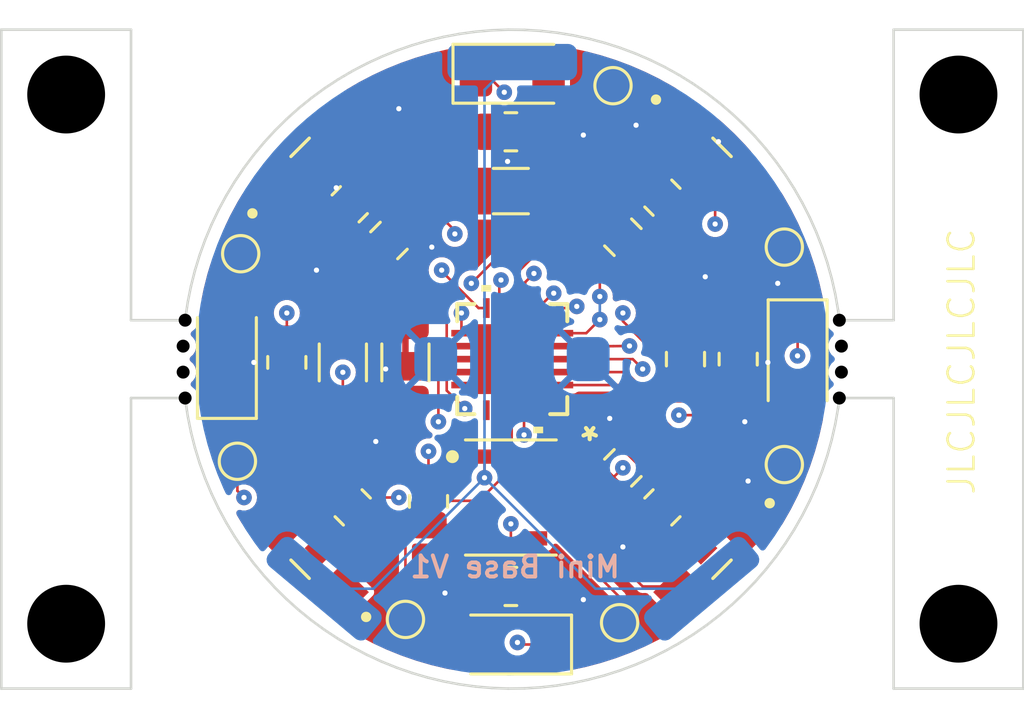
<source format=kicad_pcb>
(kicad_pcb (version 20221018) (generator pcbnew)
  (title_block (rev "1"))
  (layers (0 "F.Cu" signal) (1 "In1.Cu" signal) (2 "In2.Cu" signal) (31 "B.Cu" signal) (34 "B.Paste" user) (35 "F.Paste" user) (36 "B.SilkS" user "B.Silkscreen") (37 "F.SilkS" user "F.Silkscreen") (38 "B.Mask" user) (39 "F.Mask" user) (44 "Edge.Cuts" user))
  (net 0 "")
  (net 1 "Board_0-/RST")
  (net 2 "Board_0-/SWCLK")
  (net 3 "Board_0-/SWDIO")
  (net 4 "Board_0-/UART_RX")
  (net 5 "Board_0-/UART_TX")
  (net 6 "Board_0-GND")
  (net 7 "Board_0-Net-(BT1-+)")
  (net 8 "Board_0-Net-(D1-PadC)")
  (net 9 "Board_0-Net-(D2-PadC)")
  (net 10 "Board_0-Net-(D3-PadC)")
  (net 11 "Board_0-Net-(D4-PadC)")
  (net 12 "Board_0-Net-(Q1-E)")
  (net 13 "Board_0-Net-(Q2-E)")
  (net 14 "Board_0-Net-(Q3-E)")
  (net 15 "Board_0-Net-(Q4-E)")
  (net 16 "Board_0-Net-(R9-Pad1)")
  (net 17 "Board_0-Net-(U1-32KIN)")
  (net 18 "Board_0-Net-(U1-32KOUT)")
  (net 19 "Board_0-Net-(U1-P0.2)")
  (net 20 "Board_0-Net-(U1-P0.3)")
  (net 21 "Board_0-Net-(U1-P0.8)")
  (net 22 "Board_0-Net-(U1-P0.9)")
  (net 23 "Board_0-Net-(U1-VCORE)")
  (net 24 "Board_0-VCC")
  (net 25 "Board_0-unconnected-(SW1-Pad3)")
  (net 26 "Board_0-unconnected-(SW1-Pad4)")
  (net 27 "Board_0-unconnected-(U1-P0.6-Pad16)")
  (net 28 "Board_0-unconnected-(U1-P0.7-Pad15)")
  (footprint "Capacitor_SMD:C_1206_3216Metric" (layer "F.Cu") (at 135.580057 32.826028 90)
    (fp_text reference "C5" hide)
    (fp_text value "220uF")
    (pad "1" smd roundrect (at -1.475 0 90) (size 1.15 1.8) (layers "F.Cu" "F.Paste" "F.Mask") (roundrect_rratio 0.2173913043) (net 24 "Board_0-VCC"))
    (pad "2" smd roundrect (at 1.475 0 90) (size 1.15 1.8) (layers "F.Cu" "F.Paste" "F.Mask") (roundrect_rratio 0.2173913043) (net 6 "Board_0-GND"))
  )
  (footprint "Resistor_SMD:R_0805_2012Metric" (layer "F.Cu") (at 145.486057 38.414028 -135)
    (fp_text reference "R1" hide)
    (fp_text value "325")
    (pad "1" smd roundrect (at -0.9125 0 225) (size 1.025 1.4) (layers "F.Cu" "F.Paste" "F.Mask") (roundrect_rratio 0.243902439) (net 8 "Board_0-Net-(D1-PadC)"))
    (pad "2" smd roundrect (at 0.9125 0 225) (size 1.025 1.4) (layers "F.Cu" "F.Paste" "F.Mask") (roundrect_rratio 0.243902439) (net 6 "Board_0-GND"))
  )
  (footprint "Anthony Personal:DIO_VSMB10940" (layer "F.Cu") (at 131.873438 40.444647 135)
    (fp_text reference "D2" hide)
    (fp_text value "LED")
    (pad "1" smd rect (at 0 0.65 135) (size 0.9 0.9) (layers "F.Cu" "F.Paste" "F.Mask"))
    (pad "A" smd rect (at 1.75 0 135) (size 1.5 1.5) (layers "F.Cu" "F.Paste" "F.Mask") (net 20 "Board_0-Net-(U1-P0.3)"))
    (pad "C" smd rect (at -1.75 0 135) (size 1.5 1.5) (layers "F.Cu" "F.Paste" "F.Mask") (net 9 "Board_0-Net-(D2-PadC)"))
  )
  (footprint "Diode_SMD:D_1206_3216Metric" (layer "F.Cu") (at 128.698057 32.699028 90)
    (fp_text reference "Q4" hide)
    (fp_text value "Q_Photo_NPN")
    (pad "1" smd roundrect (at -1.4 0 90) (size 1.25 1.75) (layers "F.Cu" "F.Paste" "F.Mask") (roundrect_rratio 0.2) (net 24 "Board_0-VCC"))
    (pad "2" smd roundrect (at 1.4 0 90) (size 1.25 1.75) (layers "F.Cu" "F.Paste" "F.Mask") (roundrect_rratio 0.2) (net 15 "Board_0-Net-(Q4-E)"))
  )
  (footprint "TestPoint:TestPoint_Pad_D1.0mm" (layer "F.Cu") (at 135.580057 42.732028)
    (fp_text reference "TP6" hide)
    (fp_text value "TestPoint")
    (pad "1" smd circle (at 0 0) (size 1 1) (layers "F.Cu" "F.Mask") (net 4 "Board_0-/UART_RX"))
  )
  (footprint "NPTH" (layer "F.Cu") (at 122.501943 22.5)
    (fp_text reference "KiKit_TO_1" hide)
    (fp_text value "NPTH" hide)
    (pad "" np_thru_hole circle (at 0 0) (size 3 3) (drill 3) (layers "*.Mask"))
  )
  (footprint "Anthony Personal:DIO_VSMB10940" (layer "F.Cu") (at 147.429787 24.888298 -45)
    (fp_text reference "D4" hide)
    (fp_text value "LED")
    (pad "1" smd rect (at 0 0.65 315) (size 0.9 0.9) (layers "F.Cu" "F.Paste" "F.Mask"))
    (pad "A" smd rect (at 1.75 0 315) (size 1.5 1.5) (layers "F.Cu" "F.Paste" "F.Mask") (net 22 "Board_0-Net-(U1-P0.9)"))
    (pad "C" smd rect (at -1.75 0 315) (size 1.5 1.5) (layers "F.Cu" "F.Paste" "F.Mask") (net 11 "Board_0-Net-(D4-PadC)"))
  )
  (footprint "NPTH" (layer "F.Cu") (at 152.385658 33.200144)
    (fp_text reference "KiKit_MB_2_3" hide)
    (fp_text value "NPTH" hide)
    (pad "" np_thru_hole circle (at 0 0) (size 0.5 0.5) (drill 0.5) (layers "*.Mask"))
  )
  (footprint "NPTH" (layer "F.Cu") (at 156.898057 42.898056)
    (fp_text reference "KiKit_TO_4" hide)
    (fp_text value "NPTH" hide)
    (pad "" np_thru_hole circle (at 0 0) (size 3 3) (drill 3) (layers "*.Mask"))
  )
  (footprint "Resistor_SMD:R_0805_2012Metric" (layer "F.Cu") (at 133.548057 38.414028 135)
    (fp_text reference "R2" hide)
    (fp_text value "325")
    (pad "1" smd roundrect (at -0.9125 0 135) (size 1.025 1.4) (layers "F.Cu" "F.Paste" "F.Mask") (roundrect_rratio 0.243902439) (net 9 "Board_0-Net-(D2-PadC)"))
    (pad "2" smd roundrect (at 0.9125 0 135) (size 1.025 1.4) (layers "F.Cu" "F.Paste" "F.Mask") (roundrect_rratio 0.243902439) (net 6 "Board_0-GND"))
  )
  (footprint "NPTH" (layer "F.Cu") (at 152.385658 32.197912)
    (fp_text reference "KiKit_MB_2_2" hide)
    (fp_text value "NPTH" hide)
    (pad "" np_thru_hole circle (at 0 0) (size 0.5 0.5) (drill 0.5) (layers "*.Mask"))
  )
  (footprint "Capacitor_SMD:C_0805_2012Metric" (layer "F.Cu") (at 143.962057 36.890028 45)
    (fp_text reference "C1" hide)
    (fp_text value "1uF")
    (pad "1" smd roundrect (at -0.95 0 45) (size 1 1.45) (layers "F.Cu" "F.Paste" "F.Mask") (net 24 "Board_0-VCC"))
    (pad "2" smd roundrect (at 0.95 0 45) (size 1 1.45) (layers "F.Cu" "F.Paste" "F.Mask") (net 6 "Board_0-GND"))
  )
  (footprint "TestPoint:TestPoint_Pad_D1.0mm" (layer "F.Cu") (at 150.185057 36.763028)
    (fp_text reference "TP3" hide)
    (fp_text value "TestPoint")
    (pad "1" smd circle (at 0 0) (size 1 1) (layers "F.Cu" "F.Mask") (net 2 "Board_0-/SWCLK"))
  )
  (footprint "NPTH" (layer "F.Cu") (at 122.501943 42.898056)
    (fp_text reference "KiKit_TO_3" hide)
    (fp_text value "NPTH" hide)
    (pad "" np_thru_hole circle (at 0 0) (size 3 3) (drill 3) (layers "*.Mask"))
  )
  (footprint "Anthony Personal:DIO_VSMB10940" (layer "F.Cu") (at 131.873438 24.888298 45)
    (fp_text reference "D3" hide)
    (fp_text value "LED")
    (pad "1" smd rect (at 0 0.65 45) (size 0.9 0.9) (layers "F.Cu" "F.Paste" "F.Mask"))
    (pad "A" smd rect (at 1.75 0 45) (size 1.5 1.5) (layers "F.Cu" "F.Paste" "F.Mask") (net 21 "Board_0-Net-(U1-P0.8)"))
    (pad "C" smd rect (at -1.75 0 45) (size 1.5 1.5) (layers "F.Cu" "F.Paste" "F.Mask") (net 10 "Board_0-Net-(D3-PadC)"))
  )
  (footprint "NPTH" (layer "F.Cu") (at 127.011193 33.19997)
    (fp_text reference "KiKit_MB_1_2" hide)
    (fp_text value "NPTH" hide)
    (pad "" np_thru_hole circle (at 0 0) (size 0.5 0.5) (drill 0.5) (layers "*.Mask"))
  )
  (footprint "Resistor_SMD:R_0805_2012Metric" (layer "F.Cu") (at 139.644057 23.936028)
    (fp_text reference "R5" hide)
    (fp_text value "R_US")
    (pad "1" smd roundrect (at -0.9125 0) (size 1.025 1.4) (layers "F.Cu" "F.Paste" "F.Mask") (roundrect_rratio 0.243902439) (net 6 "Board_0-GND"))
    (pad "2" smd roundrect (at 0.9125 0) (size 1.025 1.4) (layers "F.Cu" "F.Paste" "F.Mask") (roundrect_rratio 0.243902439) (net 12 "Board_0-Net-(Q1-E)"))
  )
  (footprint "Resistor_SMD:R_0805_2012Metric" (layer "F.Cu") (at 131.008057 32.826028 90)
    (fp_text reference "R8" hide)
    (fp_text value "R_US")
    (pad "1" smd roundrect (at -0.9125 0 90) (size 1.025 1.4) (layers "F.Cu" "F.Paste" "F.Mask") (roundrect_rratio 0.243902439) (net 6 "Board_0-GND"))
    (pad "2" smd roundrect (at 0.9125 0 90) (size 1.025 1.4) (layers "F.Cu" "F.Paste" "F.Mask") (roundrect_rratio 0.243902439) (net 15 "Board_0-Net-(Q4-E)"))
  )
  (footprint "Resistor_SMD:R_0805_2012Metric" (layer "F.Cu") (at 139.644057 41.462028 180)
    (fp_text reference "R7" hide)
    (fp_text value "R_US")
    (pad "1" smd roundrect (at -0.9125 0 180) (size 1.025 1.4) (layers "F.Cu" "F.Paste" "F.Mask") (roundrect_rratio 0.243902439) (net 6 "Board_0-GND"))
    (pad "2" smd roundrect (at 0.9125 0 180) (size 1.025 1.4) (layers "F.Cu" "F.Paste" "F.Mask") (roundrect_rratio 0.243902439) (net 14 "Board_0-Net-(Q3-E)"))
  )
  (footprint "Capacitor_SMD:C_0805_2012Metric" (layer "F.Cu") (at 134.945057 28.127028 -135)
    (fp_text reference "C4" hide)
    (fp_text value "6pF")
    (pad "1" smd roundrect (at -0.95 0 225) (size 1 1.45) (layers "F.Cu" "F.Paste" "F.Mask") (net 18 "Board_0-Net-(U1-32KOUT)"))
    (pad "2" smd roundrect (at 0.95 0 225) (size 1 1.45) (layers "F.Cu" "F.Paste" "F.Mask") (net 6 "Board_0-GND"))
  )
  (footprint "NPTH" (layer "F.Cu") (at 127.088445 31.199028)
    (fp_text reference "KiKit_MB_1_4" hide)
    (fp_text value "NPTH" hide)
    (pad "" np_thru_hole circle (at 0 0) (size 0.5 0.5) (drill 0.5) (layers "*.Mask"))
  )
  (footprint "Resistor_SMD:R_0805_2012Metric" (layer "F.Cu") (at 133.433057 26.730028 45)
    (fp_text reference "R3" hide)
    (fp_text value "325")
    (pad "1" smd roundrect (at -0.9125 0 45) (size 1.025 1.4) (layers "F.Cu" "F.Paste" "F.Mask") (roundrect_rratio 0.243902439) (net 10 "Board_0-Net-(D3-PadC)"))
    (pad "2" smd roundrect (at 0.9125 0 45) (size 1.025 1.4) (layers "F.Cu" "F.Paste" "F.Mask") (roundrect_rratio 0.243902439) (net 6 "Board_0-GND"))
  )
  (footprint "TestPoint:TestPoint_Pad_D1.0mm" (layer "F.Cu") (at 129.230057 28.635028)
    (fp_text reference "TP7" hide)
    (fp_text value "TestPoint")
    (pad "1" smd circle (at 0 0) (size 1 1) (layers "F.Cu" "F.Mask") (net 6 "Board_0-GND"))
  )
  (footprint "Capacitor_SMD:C_0805_2012Metric" (layer "F.Cu") (at 143.962057 28.000028 -45)
    (fp_text reference "C3" hide)
    (fp_text value "6pF")
    (pad "1" smd roundrect (at -0.95 0 315) (size 1 1.45) (layers "F.Cu" "F.Paste" "F.Mask") (net 17 "Board_0-Net-(U1-32KIN)"))
    (pad "2" smd roundrect (at 0.95 0 315) (size 1 1.45) (layers "F.Cu" "F.Paste" "F.Mask") (net 6 "Board_0-GND"))
  )
  (footprint "TestPoint:TestPoint_Pad_D1.0mm" (layer "F.Cu") (at 143.581057 22.158028)
    (fp_text reference "TP2" hide)
    (fp_text value "TestPoint")
    (pad "1" smd circle (at 0 0) (size 1 1) (layers "F.Cu" "F.Mask") (net 1 "Board_0-/RST"))
  )
  (footprint "TestPoint:TestPoint_Pad_D1.0mm" (layer "F.Cu") (at 143.835057 42.859028)
    (fp_text reference "TP5" hide)
    (fp_text value "TestPoint")
    (pad "1" smd circle (at 0 0) (size 1 1) (layers "F.Cu" "F.Mask") (net 5 "Board_0-/UART_TX"))
  )
  (footprint "NPTH" (layer "F.Cu") (at 127.011193 32.198086)
    (fp_text reference "KiKit_MB_1_3" hide)
    (fp_text value "NPTH" hide)
    (pad "" np_thru_hole circle (at 0 0) (size 0.5 0.5) (drill 0.5) (layers "*.Mask"))
  )
  (footprint "Resistor_SMD:R_0805_2012Metric" (layer "F.Cu") (at 136.469057 38.183528 90)
    (fp_text reference "R9" hide)
    (fp_text value "200")
    (pad "1" smd roundrect (at -0.9125 0 90) (size 1.025 1.4) (layers "F.Cu" "F.Paste" "F.Mask") (roundrect_rratio 0.243902439) (net 16 "Board_0-Net-(R9-Pad1)"))
    (pad "2" smd roundrect (at 0.9125 0 90) (size 1.025 1.4) (layers "F.Cu" "F.Paste" "F.Mask") (roundrect_rratio 0.243902439) (net 24 "Board_0-VCC"))
  )
  (footprint "Diode_SMD:D_1206_3216Metric" (layer "F.Cu") (at 139.698057 21.699028)
    (fp_text reference "Q1" hide)
    (fp_text value "Q_Photo_NPN")
    (pad "1" smd roundrect (at -1.4 0) (size 1.25 1.75) (layers "F.Cu" "F.Paste" "F.Mask") (roundrect_rratio 0.2) (net 24 "Board_0-VCC"))
    (pad "2" smd roundrect (at 1.4 0) (size 1.25 1.75) (layers "F.Cu" "F.Paste" "F.Mask") (roundrect_rratio 0.2) (net 12 "Board_0-Net-(Q1-E)"))
  )
  (footprint "Anthony Personal:JJBV0UG335NONPRTR" (layer "F.Cu") (at 139.644057 38.033028)
    (fp_text reference "SW1" hide)
    (fp_text value "JJBV0UG335NONPRTR")
    (pad "1" smd rect (at -0.925 -1.575) (size 0.95 0.55) (layers "F.Cu" "F.Paste" "F.Mask") (net 7 "Board_0-Net-(BT1-+)"))
    (pad "2" smd rect (at -0.925 1.575) (size 0.95 0.55) (layers "F.Cu" "F.Paste" "F.Mask") (net 16 "Board_0-Net-(R9-Pad1)"))
    (pad "3" smd rect (at 0.925 -1.575) (size 0.95 0.55) (layers "F.Cu" "F.Paste" "F.Mask") (net 25 "Board_0-unconnected-(SW1-Pad3)"))
    (pad "4" smd rect (at 0.925 1.575) (size 0.95 0.55) (layers "F.Cu" "F.Paste" "F.Mask") (net 26 "Board_0-unconnected-(SW1-Pad4)"))
  )
  (footprint "Diode_SMD:D_1206_3216Metric" (layer "F.Cu") (at 139.698057 43.699028 180)
    (fp_text reference "Q3" hide)
    (fp_text value "Q_Photo_NPN")
    (pad "1" smd roundrect (at -1.4 0 180) (size 1.25 1.75) (layers "F.Cu" "F.Paste" "F.Mask") (roundrect_rratio 0.2) (net 24 "Board_0-VCC"))
    (pad "2" smd roundrect (at 1.4 0 180) (size 1.25 1.75) (layers "F.Cu" "F.Paste" "F.Mask") (roundrect_rratio 0.2) (net 14 "Board_0-Net-(Q3-E)"))
  )
  (footprint "Resistor_SMD:R_0805_2012Metric" (layer "F.Cu") (at 148.407057 32.699028 -90)
    (fp_text reference "R6" hide)
    (fp_text value "R_US")
    (pad "1" smd roundrect (at -0.9125 0 270) (size 1.025 1.4) (layers "F.Cu" "F.Paste" "F.Mask") (roundrect_rratio 0.243902439) (net 6 "Board_0-GND"))
    (pad "2" smd roundrect (at 0.9125 0 270) (size 1.025 1.4) (layers "F.Cu" "F.Paste" "F.Mask") (roundrect_rratio 0.243902439) (net 13 "Board_0-Net-(Q2-E)"))
  )
  (footprint "NPTH" (layer "F.Cu") (at 152.305427 31.199028)
    (fp_text reference "KiKit_MB_2_1" hide)
    (fp_text value "NPTH" hide)
    (pad "" np_thru_hole circle (at 0 0) (size 0.5 0.5) (drill 0.5) (layers "*.Mask"))
  )
  (footprint "Diode_SMD:D_1206_3216Metric" (layer "F.Cu") (at 150.698057 32.699028 -90)
    (fp_text reference "Q2" hide)
    (fp_text value "Q_Photo_NPN")
    (pad "1" smd roundrect (at -1.4 0 270) (size 1.25 1.75) (layers "F.Cu" "F.Paste" "F.Mask") (roundrect_rratio 0.2) (net 24 "Board_0-VCC"))
    (pad "2" smd roundrect (at 1.4 0 270) (size 1.25 1.75) (layers "F.Cu" "F.Paste" "F.Mask") (roundrect_rratio 0.2) (net 13 "Board_0-Net-(Q2-E)"))
  )
  (footprint "NPTH" (layer "F.Cu") (at 127.088445 34.199028)
    (fp_text reference "KiKit_MB_1_1" hide)
    (fp_text value "NPTH" hide)
    (pad "" np_thru_hole circle (at 0 0) (size 0.5 0.5) (drill 0.5) (layers "*.Mask"))
  )
  (footprint "NPTH" (layer "F.Cu") (at 156.898057 22.5)
    (fp_text reference "KiKit_TO_2" hide)
    (fp_text value "NPTH" hide)
    (pad "" np_thru_hole circle (at 0 0) (size 3 3) (drill 3) (layers "*.Mask"))
  )
  (footprint "Crystal:Crystal_SMD_3215-2Pin_3.2x1.5mm" (layer "F.Cu") (at 139.644057 26.222028)
    (fp_text reference "Y1" hide)
    (fp_text value "32.768kHz")
    (pad "1" smd rect (at 1.25 0) (size 1 1.8) (layers "F.Cu" "F.Paste" "F.Mask") (net 17 "Board_0-Net-(U1-32KIN)"))
    (pad "2" smd rect (at -1.25 0) (size 1 1.8) (layers "F.Cu" "F.Paste" "F.Mask") (net 18 "Board_0-Net-(U1-32KOUT)"))
  )
  (footprint "Capacitor_SMD:C_0805_2012Metric" (layer "F.Cu") (at 146.375057 32.699028 90)
    (fp_text reference "C2" hide)
    (fp_text value "1uF")
    (pad "1" smd roundrect (at -0.95 0 90) (size 1 1.45) (layers "F.Cu" "F.Paste" "F.Mask") (net 23 "Board_0-Net-(U1-VCORE)"))
    (pad "2" smd roundrect (at 0.95 0 90) (size 1 1.45) (layers "F.Cu" "F.Paste" "F.Mask") (net 6 "Board_0-GND"))
  )
  (footprint "Anthony Personal:DIO_VSMB10940" (layer "F.Cu") (at 147.429787 40.444647 -135)
    (fp_text reference "D1" hide)
    (fp_text value "LED")
    (pad "1" smd rect (at 0 0.65 225) (size 0.9 0.9) (layers "F.Cu" "F.Paste" "F.Mask"))
    (pad "A" smd rect (at 1.75 0 225) (size 1.5 1.5) (layers "F.Cu" "F.Paste" "F.Mask") (net 19 "Board_0-Net-(U1-P0.2)"))
    (pad "C" smd rect (at -1.75 0 225) (size 1.5 1.5) (layers "F.Cu" "F.Paste" "F.Mask") (net 8 "Board_0-Net-(D1-PadC)"))
  )
  (footprint "Anthony Personal:21-0139V_T2044&plus_5_MXM" (layer "F.Cu") (at 139.698057 32.699028 180)
    (fp_text reference "U1" hide)
    (fp_text value "MAX32660GTP+")
    (fp_text user "*" (at -2.9845 -2.54 180 unlocked) (layer "F.SilkS") (effects (font (thickness 0.16))))
    (pad "1" smd rect (at -1.9685 -1.000001 270) (size 0.254 0.762) (layers "F.Cu" "F.Paste" "F.Mask") (net 2 "Board_0-/SWCLK"))
    (pad "2" smd rect (at -1.9685 -0.499999 270) (size 0.254 0.762) (layers "F.Cu" "F.Paste" "F.Mask") (net 3 "Board_0-/SWDIO"))
    (pad "3" smd rect (at -1.9685 0 270) (size 0.254 0.762) (layers "F.Cu" "F.Paste" "F.Mask") (net 15 "Board_0-Net-(Q4-E)"))
    (pad "4" smd rect (at -1.9685 0.499999 270) (size 0.254 0.762) (layers "F.Cu" "F.Paste" "F.Mask") (net 14 "Board_0-Net-(Q3-E)"))
    (pad "5" smd rect (at -1.9685 1.000001 270) (size 0.254 0.762) (layers "F.Cu" "F.Paste" "F.Mask") (net 1 "Board_0-/RST"))
    (pad "6" smd rect (at -1.000001 1.9685 180) (size 0.254 0.762) (layers "F.Cu" "F.Paste" "F.Mask") (net 23 "Board_0-Net-(U1-VCORE)"))
    (pad "7" smd rect (at -0.499999 1.9685 180) (size 0.254 0.762) (layers "F.Cu" "F.Paste" "F.Mask") (net 18 "Board_0-Net-(U1-32KOUT)"))
    (pad "8" smd rect (at 0 1.9685 180) (size 0.254 0.762) (layers "F.Cu" "F.Paste" "F.Mask") (net 17 "Board_0-Net-(U1-32KIN)"))
    (pad "9" smd rect (at 0.499999 1.9685 180) (size 0.254 0.762) (layers "F.Cu" "F.Paste" "F.Mask") (net 24 "Board_0-VCC"))
    (pad "10" smd rect (at 1.000001 1.9685 180) (size 0.254 0.762) (layers "F.Cu" "F.Paste" "F.Mask") (net 23 "Board_0-Net-(U1-VCORE)"))
    (pad "11" smd rect (at 1.9685 1.000001 270) (size 0.254 0.762) (layers "F.Cu" "F.Paste" "F.Mask") (net 22 "Board_0-Net-(U1-P0.9)"))
    (pad "12" smd rect (at 1.9685 0.499999 270) (size 0.254 0.762) (layers "F.Cu" "F.Paste" "F.Mask") (net 21 "Board_0-Net-(U1-P0.8)"))
    (pad "13" smd rect (at 1.9685 0 270) (size 0.254 0.762) (layers "F.Cu" "F.Paste" "F.Mask") (net 13 "Board_0-Net-(Q2-E)"))
    (pad "14" smd rect (at 1.9685 -0.499999 270) (size 0.254 0.762) (layers "F.Cu" "F.Paste" "F.Mask") (net 12 "Board_0-Net-(Q1-E)"))
    (pad "15" smd rect (at 1.9685 -1.000001 270) (size 0.254 0.762) (layers "F.Cu" "F.Paste" "F.Mask") (net 28 "Board_0-unconnected-(U1-P0.7-Pad15)"))
    (pad "16" smd rect (at 1.000001 -1.9685 180) (size 0.254 0.762) (layers "F.Cu" "F.Paste" "F.Mask") (net 27 "Board_0-unconnected-(U1-P0.6-Pad16)"))
    (pad "17" smd rect (at 0.499999 -1.9685 180) (size 0.254 0.762) (layers "F.Cu" "F.Paste" "F.Mask") (net 4 "Board_0-/UART_RX"))
    (pad "18" smd rect (at 0 -1.9685 180) (size 0.254 0.762) (layers "F.Cu" "F.Paste" "F.Mask") (net 5 "Board_0-/UART_TX"))
    (pad "19" smd rect (at -0.499999 -1.9685 180) (size 0.254 0.762) (layers "F.Cu" "F.Paste" "F.Mask") (net 20 "Board_0-Net-(U1-P0.3)"))
    (pad "20" smd rect (at -1.000001 -1.9685 180) (size 0.254 0.762) (layers "F.Cu" "F.Paste" "F.Mask") (net 19 "Board_0-Net-(U1-P0.2)"))
    (pad "21" smd rect (at 0 0 180) (size 2.6924 2.6924) (layers "F.Cu" "F.Mask") (net 6 "Board_0-GND"))
  )
  (footprint "TestPoint:TestPoint_Pad_D1.0mm" (layer "F.Cu") (at 150.185057 28.381028)
    (fp_text reference "TP4" hide)
    (fp_text value "TestPoint")
    (pad "1" smd circle (at 0 0) (size 1 1) (layers "F.Cu" "F.Mask") (net 3 "Board_0-/SWDIO"))
  )
  (footprint "Resistor_SMD:R_0805_2012Metric" (layer "F.Cu") (at 145.486057 26.476028 -45)
    (fp_text reference "R4" hide)
    (fp_text value "325")
    (pad "1" smd roundrect (at -0.9125 0 315) (size 1.025 1.4) (layers "F.Cu" "F.Paste" "F.Mask") (roundrect_rratio 0.243902439) (net 11 "Board_0-Net-(D4-PadC)"))
    (pad "2" smd roundrect (at 0.9125 0 315) (size 1.025 1.4) (layers "F.Cu" "F.Paste" "F.Mask") (roundrect_rratio 0.243902439) (net 6 "Board_0-GND"))
  )
  (footprint "NPTH" (layer "F.Cu") (at 152.305427 34.199028)
    (fp_text reference "KiKit_MB_2_4" hide)
    (fp_text value "NPTH" hide)
    (pad "" np_thru_hole circle (at 0 0) (size 0.5 0.5) (drill 0.5) (layers "*.Mask"))
  )
  (footprint "Capacitor_SMD:C_1206_3216Metric" (layer "F.Cu") (at 133.167057 32.826028 90)
    (fp_text reference "C6" hide)
    (fp_text value "220uF")
    (pad "1" smd roundrect (at -1.475 0 90) (size 1.15 1.8) (layers "F.Cu" "F.Paste" "F.Mask") (roundrect_rratio 0.2173913043) (net 24 "Board_0-VCC"))
    (pad "2" smd roundrect (at 1.475 0 90) (size 1.15 1.8) (layers "F.Cu" "F.Paste" "F.Mask") (roundrect_rratio 0.2173913043) (net 6 "Board_0-GND"))
  )
  (footprint "TestPoint:TestPoint_Pad_D1.0mm" (layer "F.Cu") (at 129.103057 36.636028)
    (fp_text reference "TP1" hide)
    (fp_text value "TestPoint")
    (pad "1" smd circle (at 0 0) (size 1 1) (layers "F.Cu" "F.Mask") (net 24 "Board_0-VCC"))
  )
  (footprint "Anthony Personal:BC-2600_slim" (layer "B.Cu") (at 139.698057 32.699028 180)
    (fp_text reference "BT1" hide)
    (fp_text value "Battery_Cell")
    (pad "1" smd roundrect (at -7.3 -8.85 40) (size 5 1.4) (layers "B.Cu" "B.Paste" "B.Mask") (net 7 "Board_0-Net-(BT1-+)"))
    (pad "1" smd roundrect (at 0 11.45 180) (size 5 1.4) (layers "B.Cu" "B.Paste" "B.Mask") (net 7 "Board_0-Net-(BT1-+)"))
    (pad "1" smd roundrect (at 7.25 -8.85 320) (size 5 1.4) (layers "B.Cu" "B.Paste" "B.Mask") (net 7 "Board_0-Net-(BT1-+)"))
    (pad "2" smd roundrect (at -2.925 0 180) (size 1.65 1.7) (layers "B.Cu" "B.Paste" "B.Mask") (net 6 "Board_0-GND"))
    (pad "2" smd roundrect (at 2.95 0 180) (size 1.65 1.7) (layers "B.Cu" "B.Paste" "B.Mask") (net 6 "Board_0-GND"))
  )
  (gr_line (start 151.159762 27.229174) (end 150.875233 26.669043) (stroke (width 0.1)) (layer "Edge.Cuts"))
  (gr_line (start 136.436349 44.973035) (end 137.047336 45.119321) (stroke (width 0.1)) (layer "Edge.Cuts"))
  (gr_line (start 149.05853 24.115815) (end 148.622605 23.663407) (stroke (width 0.1)) (layer "Edge.Cuts"))
  (gr_line (start 127.095074 31.132233) (end 127.088444 31.199028) (stroke (width 0.1)) (layer "Edge.Cuts"))
  (gr_line (start 120.001942 19.999999) (end 120.001942 19.999999) (stroke (width 0.1)) (layer "Edge.Cuts"))
  (gr_line (start 146.671959 22.085136) (end 146.13853 21.753238) (stroke (width 0.1)) (layer "Edge.Cuts"))
  (gr_line (start 149.471549 40.808827) (end 149.86065 40.315569) (stroke (width 0.1)) (layer "Edge.Cuts"))
  (gr_line (start 137.664809 20.162844) (end 137.047336 20.278734) (stroke (width 0.1)) (layer "Edge.Cuts"))
  (gr_line (start 127.095074 34.265822) (end 127.187979 34.887169) (stroke (width 0.1)) (layer "Edge.Cuts"))
  (gr_line (start 131.467997 23.026586) (end 130.999729 23.445428) (stroke (width 0.1)) (layer "Edge.Cuts"))
  (gr_line (start 132.463759 43.137176) (end 132.988816 43.482167) (stroke (width 0.1)) (layer "Edge.Cuts"))
  (gr_line (start 120.001942 19.999999) (end 120.001942 45.398056) (stroke (width 0.1)) (layer "Edge.Cuts"))
  (gr_line (start 150.563352 26.123668) (end 150.224881 25.594384) (stroke (width 0.1)) (layer "Edge.Cuts"))
  (gr_line (start 142.040757 45.181085) (end 142.655175 45.049957) (stroke (width 0.1)) (layer "Edge.Cuts"))
  (gr_line (start 134.657162 21.042296) (end 134.086861 21.30585) (stroke (width 0.1)) (layer "Edge.Cuts"))
  (gr_line (start 151.842617 28.984238) (end 151.644046 28.38819) (stroke (width 0.1)) (layer "Edge.Cuts"))
  (gr_line (start 139.540981 19.999999) (end 138.913159 20.023305) (stroke (width 0.1)) (layer "Edge.Cuts"))
  (gr_line (start 127.088444 34.199028) (end 127.095074 34.265822) (stroke (width 0.1)) (layer "Edge.Cuts"))
  (gr_line (start 134.086861 44.092205) (end 134.657162 44.355759) (stroke (width 0.1)) (layer "Edge.Cuts"))
  (gr_line (start 127.187979 30.510886) (end 127.095074 31.132233) (stroke (width 0.1)) (layer "Edge.Cuts"))
  (gr_line (start 127.311498 29.894893) (end 127.187979 30.510886) (stroke (width 0.1)) (layer "Edge.Cuts"))
  (gr_line (start 137.047336 20.278734) (end 136.436349 20.42502) (stroke (width 0.1)) (layer "Edge.Cuts"))
  (gr_line (start 130.552747 23.886915) (end 130.128146 24.349967) (stroke (width 0.1)) (layer "Edge.Cuts"))
  (gr_line (start 131.467997 42.371469) (end 131.956405 42.766641) (stroke (width 0.1)) (layer "Edge.Cuts"))
  (gr_line (start 145.025732 21.170546) (end 144.449087 20.921179) (stroke (width 0.1)) (layer "Edge.Cuts"))
  (gr_line (start 148.16484 42.164944) (end 148.622605 41.734648) (stroke (width 0.1)) (layer "Edge.Cuts"))
  (gr_line (start 142.655175 20.348098) (end 142.040757 20.21697) (stroke (width 0.1)) (layer "Edge.Cuts"))
  (gr_line (start 128.375151 38.450707) (end 128.673447 39.003629) (stroke (width 0.1)) (layer "Edge.Cuts"))
  (gr_line (start 129.350182 25.336183) (end 128.998723 25.856933) (stroke (width 0.1)) (layer "Edge.Cuts"))
  (gr_line (start 143.262356 44.888604) (end 143.860815 44.697421) (stroke (width 0.1)) (layer "Edge.Cuts"))
  (gr_line (start 120.001942 45.398056) (end 125.001942 45.398056) (stroke (width 0.1)) (layer "Edge.Cuts"))
  (gr_line (start 149.86065 25.082486) (end 149.471549 24.589228) (stroke (width 0.1)) (layer "Edge.Cuts"))
  (gr_line (start 150.224881 25.594384) (end 149.86065 25.082486) (stroke (width 0.1)) (layer "Edge.Cuts"))
  (gr_line (start 149.05853 41.28224) (end 149.471549 40.808827) (stroke (width 0.1)) (layer "Edge.Cuts"))
  (gr_line (start 125.001942 45.398056) (end 125.001942 34.199028) (stroke (width 0.1)) (layer "Edge.Cuts"))
  (gr_line (start 125.001942 34.199028) (end 127.088444 34.199028) (stroke (width 0.1)) (layer "Edge.Cuts"))
  (gr_line (start 138.913159 45.37475) (end 139.540981 45.398056) (stroke (width 0.1)) (layer "Edge.Cuts"))
  (gr_line (start 140.169187 45.390286) (end 140.796241 45.351458) (stroke (width 0.1)) (layer "Edge.Cuts"))
  (gr_line (start 132.988816 21.915888) (end 132.463759 22.260879) (stroke (width 0.1)) (layer "Edge.Cuts"))
  (gr_line (start 146.671959 43.312919) (end 147.188322 42.955046) (stroke (width 0.1)) (layer "Edge.Cuts"))
  (gr_line (start 151.416243 27.802691) (end 151.159762 27.229174) (stroke (width 0.1)) (layer "Edge.Cuts"))
  (gr_line (start 128.998723 25.856933) (end 128.673447 26.394426) (stroke (width 0.1)) (layer "Edge.Cuts"))
  (gr_line (start 130.999729 23.445428) (end 130.552747 23.886915) (stroke (width 0.1)) (layer "Edge.Cuts"))
  (gr_line (start 125.001942 19.999999) (end 120.001942 19.999999) (stroke (width 0.1)) (layer "Edge.Cuts"))
  (gr_line (start 152.011467 35.808678) (end 152.150184 35.195929) (stroke (width 0.1)) (layer "Edge.Cuts"))
  (gr_line (start 128.104564 37.883709) (end 128.375151 38.450707) (stroke (width 0.1)) (layer "Edge.Cuts"))
  (gr_line (start 130.552747 41.51114) (end 130.999729 41.952627) (stroke (width 0.1)) (layer "Edge.Cuts"))
  (gr_line (start 151.416243 37.595364) (end 151.644046 37.009865) (stroke (width 0.1)) (layer "Edge.Cuts"))
  (gr_line (start 134.657162 44.355759) (end 135.239798 44.590787) (stroke (width 0.1)) (layer "Edge.Cuts"))
  (gr_line (start 132.988816 43.482167) (end 133.530292 43.80077) (stroke (width 0.1)) (layer "Edge.Cuts"))
  (gr_line (start 141.420607 20.116388) (end 140.796241 20.046597) (stroke (width 0.1)) (layer "Edge.Cuts"))
  (gr_line (start 144.449087 44.476876) (end 145.025732 44.227509) (stroke (width 0.1)) (layer "Edge.Cuts"))
  (gr_line (start 128.673447 39.003629) (end 128.998723 39.541122) (stroke (width 0.1)) (layer "Edge.Cuts"))
  (gr_line (start 136.436349 20.42502) (end 135.833345 20.601342) (stroke (width 0.1)) (layer "Edge.Cuts"))
  (gr_line (start 148.622605 41.734648) (end 149.05853 41.28224) (stroke (width 0.1)) (layer "Edge.Cuts"))
  (gr_line (start 138.287258 20.077631) (end 137.664809 20.162844) (stroke (width 0.1)) (layer "Edge.Cuts"))
  (gr_line (start 154.398057 31.199028) (end 152.305427 31.199028) (stroke (width 0.1)) (layer "Edge.Cuts"))
  (gr_line (start 143.860815 44.697421) (end 144.449087 44.476876) (stroke (width 0.1)) (layer "Edge.Cuts"))
  (gr_line (start 140.796241 45.351458) (end 141.420607 45.281667) (stroke (width 0.1)) (layer "Edge.Cuts"))
  (gr_line (start 148.16484 23.233111) (end 147.686356 22.82598) (stroke (width 0.1)) (layer "Edge.Cuts"))
  (gr_line (start 150.875233 26.669043) (end 150.563352 26.123668) (stroke (width 0.1)) (layer "Edge.Cuts"))
  (gr_line (start 140.796241 20.046597) (end 140.169187 20.007769) (stroke (width 0.1)) (layer "Edge.Cuts"))
  (gr_line (start 152.305427 34.199028) (end 154.398057 34.199028) (stroke (width 0.1)) (layer "Edge.Cuts"))
  (gr_line (start 143.860815 20.700634) (end 143.262356 20.509451) (stroke (width 0.1)) (layer "Edge.Cuts"))
  (gr_line (start 152.258429 34.57707) (end 152.305427 34.199028) (stroke (width 0.1)) (layer "Edge.Cuts"))
  (gr_line (start 127.862347 28.094031) (end 127.649095 28.684986) (stroke (width 0.1)) (layer "Edge.Cuts"))
  (gr_line (start 147.188322 42.955046) (end 147.686356 42.572075) (stroke (width 0.1)) (layer "Edge.Cuts"))
  (gr_line (start 127.862347 37.304024) (end 128.104564 37.883709) (stroke (width 0.1)) (layer "Edge.Cuts"))
  (gr_line (start 133.530292 43.80077) (end 134.086861 44.092205) (stroke (width 0.1)) (layer "Edge.Cuts"))
  (gr_line (start 128.998723 39.541122) (end 129.350182 40.061872) (stroke (width 0.1)) (layer "Edge.Cuts"))
  (gr_line (start 154.398057 34.199028) (end 154.398057 45.398056) (stroke (width 0.1)) (layer "Edge.Cuts"))
  (gr_line (start 151.644046 37.009865) (end 151.842617 36.413817) (stroke (width 0.1)) (layer "Edge.Cuts"))
  (gr_line (start 139.540981 45.398056) (end 140.169187 45.390286) (stroke (width 0.1)) (layer "Edge.Cuts"))
  (gr_line (start 130.128146 41.048088) (end 130.552747 41.51114) (stroke (width 0.1)) (layer "Edge.Cuts"))
  (gr_line (start 154.398057 45.398056) (end 159.398057 45.398056) (stroke (width 0.1)) (layer "Edge.Cuts"))
  (gr_line (start 138.287258 45.320424) (end 138.913159 45.37475) (stroke (width 0.1)) (layer "Edge.Cuts"))
  (gr_line (start 147.188322 22.443009) (end 146.671959 22.085136) (stroke (width 0.1)) (layer "Edge.Cuts"))
  (gr_line (start 152.011467 29.589377) (end 151.842617 28.984238) (stroke (width 0.1)) (layer "Edge.Cuts"))
  (gr_line (start 129.726963 24.833451) (end 129.350182 25.336183) (stroke (width 0.1)) (layer "Edge.Cuts"))
  (gr_line (start 142.040757 20.21697) (end 141.420607 20.116388) (stroke (width 0.1)) (layer "Edge.Cuts"))
  (gr_line (start 143.262356 20.509451) (end 142.655175 20.348098) (stroke (width 0.1)) (layer "Edge.Cuts"))
  (gr_line (start 151.644046 28.38819) (end 151.416243 27.802691) (stroke (width 0.1)) (layer "Edge.Cuts"))
  (gr_line (start 148.622605 23.663407) (end 148.16484 23.233111) (stroke (width 0.1)) (layer "Edge.Cuts"))
  (gr_line (start 125.001942 31.199028) (end 125.001942 19.999999) (stroke (width 0.1)) (layer "Edge.Cuts"))
  (gr_line (start 130.999729 41.952627) (end 131.467997 42.371469) (stroke (width 0.1)) (layer "Edge.Cuts"))
  (gr_line (start 127.187979 34.887169) (end 127.311498 35.503162) (stroke (width 0.1)) (layer "Edge.Cuts"))
  (gr_line (start 152.305427 31.199028) (end 152.258429 30.820985) (stroke (width 0.1)) (layer "Edge.Cuts"))
  (gr_line (start 127.465329 36.112292) (end 127.649095 36.713069) (stroke (width 0.1)) (layer "Edge.Cuts"))
  (gr_line (start 127.311498 35.503162) (end 127.465329 36.112292) (stroke (width 0.1)) (layer "Edge.Cuts"))
  (gr_line (start 149.86065 40.315569) (end 150.224881 39.803671) (stroke (width 0.1)) (layer "Edge.Cuts"))
  (gr_line (start 151.842617 36.413817) (end 152.011467 35.808678) (stroke (width 0.1)) (layer "Edge.Cuts"))
  (gr_line (start 128.673447 26.394426) (end 128.375151 26.947348) (stroke (width 0.1)) (layer "Edge.Cuts"))
  (gr_line (start 135.833345 44.796713) (end 136.436349 44.973035) (stroke (width 0.1)) (layer "Edge.Cuts"))
  (gr_line (start 154.398057 19.999999) (end 154.398057 31.199028) (stroke (width 0.1)) (layer "Edge.Cuts"))
  (gr_line (start 151.159762 38.168881) (end 151.416243 37.595364) (stroke (width 0.1)) (layer "Edge.Cuts"))
  (gr_line (start 150.224881 39.803671) (end 150.563352 39.274387) (stroke (width 0.1)) (layer "Edge.Cuts"))
  (gr_line (start 150.875233 38.729012) (end 151.159762 38.168881) (stroke (width 0.1)) (layer "Edge.Cuts"))
  (gr_line (start 145.025732 44.227509) (end 145.589339 43.949929) (stroke (width 0.1)) (layer "Edge.Cuts"))
  (gr_line (start 135.239798 44.590787) (end 135.833345 44.796713) (stroke (width 0.1)) (layer "Edge.Cuts"))
  (gr_line (start 152.150184 35.195929) (end 152.258429 34.57707) (stroke (width 0.1)) (layer "Edge.Cuts"))
  (gr_line (start 145.589339 43.949929) (end 146.13853 43.644817) (stroke (width 0.1)) (layer "Edge.Cuts"))
  (gr_line (start 141.420607 45.281667) (end 142.040757 45.181085) (stroke (width 0.1)) (layer "Edge.Cuts"))
  (gr_line (start 130.128146 24.349967) (end 129.726963 24.833451) (stroke (width 0.1)) (layer "Edge.Cuts"))
  (gr_line (start 152.150184 30.202126) (end 152.011467 29.589377) (stroke (width 0.1)) (layer "Edge.Cuts"))
  (gr_line (start 128.375151 26.947348) (end 128.104564 27.514346) (stroke (width 0.1)) (layer "Edge.Cuts"))
  (gr_line (start 128.104564 27.514346) (end 127.862347 28.094031) (stroke (width 0.1)) (layer "Edge.Cuts"))
  (gr_line (start 131.956405 42.766641) (end 132.463759 43.137176) (stroke (width 0.1)) (layer "Edge.Cuts"))
  (gr_line (start 137.664809 45.235211) (end 138.287258 45.320424) (stroke (width 0.1)) (layer "Edge.Cuts"))
  (gr_line (start 147.686356 22.82598) (end 147.188322 22.443009) (stroke (width 0.1)) (layer "Edge.Cuts"))
  (gr_line (start 127.649095 28.684986) (end 127.465329 29.285763) (stroke (width 0.1)) (layer "Edge.Cuts"))
  (gr_line (start 142.655175 45.049957) (end 143.262356 44.888604) (stroke (width 0.1)) (layer "Edge.Cuts"))
  (gr_line (start 133.530292 21.597285) (end 132.988816 21.915888) (stroke (width 0.1)) (layer "Edge.Cuts"))
  (gr_line (start 152.258429 30.820985) (end 152.150184 30.202126) (stroke (width 0.1)) (layer "Edge.Cuts"))
  (gr_line (start 146.13853 21.753238) (end 145.589339 21.448126) (stroke (width 0.1)) (layer "Edge.Cuts"))
  (gr_line (start 135.239798 20.807268) (end 134.657162 21.042296) (stroke (width 0.1)) (layer "Edge.Cuts"))
  (gr_line (start 147.686356 42.572075) (end 148.16484 42.164944) (stroke (width 0.1)) (layer "Edge.Cuts"))
  (gr_line (start 146.13853 43.644817) (end 146.671959 43.312919) (stroke (width 0.1)) (layer "Edge.Cuts"))
  (gr_line (start 149.471549 24.589228) (end 149.05853 24.115815) (stroke (width 0.1)) (layer "Edge.Cuts"))
  (gr_line (start 150.563352 39.274387) (end 150.875233 38.729012) (stroke (width 0.1)) (layer "Edge.Cuts"))
  (gr_line (start 159.398057 19.999999) (end 154.398057 19.999999) (stroke (width 0.1)) (layer "Edge.Cuts"))
  (gr_line (start 131.956405 22.631414) (end 131.467997 23.026586) (stroke (width 0.1)) (layer "Edge.Cuts"))
  (gr_line (start 127.088444 31.199028) (end 125.001942 31.199028) (stroke (width 0.1)) (layer "Edge.Cuts"))
  (gr_line (start 145.589339 21.448126) (end 145.025732 21.170546) (stroke (width 0.1)) (layer "Edge.Cuts"))
  (gr_line (start 129.726963 40.564604) (end 130.128146 41.048088) (stroke (width 0.1)) (layer "Edge.Cuts"))
  (gr_line (start 138.913159 20.023305) (end 138.287258 20.077631) (stroke (width 0.1)) (layer "Edge.Cuts"))
  (gr_line (start 132.463759 22.260879) (end 131.956405 22.631414) (stroke (width 0.1)) (layer "Edge.Cuts"))
  (gr_line (start 127.465329 29.285763) (end 127.311498 29.894893) (stroke (width 0.1)) (layer "Edge.Cuts"))
  (gr_line (start 127.649095 36.713069) (end 127.862347 37.304024) (stroke (width 0.1)) (layer "Edge.Cuts"))
  (gr_line (start 129.350182 40.061872) (end 129.726963 40.564604) (stroke (width 0.1)) (layer "Edge.Cuts"))
  (gr_line (start 140.169187 20.007769) (end 139.540981 19.999999) (stroke (width 0.1)) (layer "Edge.Cuts"))
  (gr_line (start 144.449087 20.921179) (end 143.860815 20.700634) (stroke (width 0.1)) (layer "Edge.Cuts"))
  (gr_line (start 135.833345 20.601342) (end 135.239798 20.807268) (stroke (width 0.1)) (layer "Edge.Cuts"))
  (gr_line (start 134.086861 21.30585) (end 133.530292 21.597285) (stroke (width 0.1)) (layer "Edge.Cuts"))
  (gr_line (start 137.047336 45.119321) (end 137.664809 45.235211) (stroke (width 0.1)) (layer "Edge.Cuts"))
  (gr_line (start 159.398057 45.398056) (end 159.398057 19.999999) (stroke (width 0.1)) (layer "Edge.Cuts"))
  (gr_text "Mini Base V1" (at 143.933057 41.185028) (layer "B.SilkS") (effects (font (size 0.8128 0.8128) (thickness 0.1524) bold) (justify left bottom mirror)))
  (gr_text "JLCJLCJLCJLC" (at 157.601943 38 90) (layer "F.SilkS") (effects (font (size 1 1) (thickness 0.1)) (justify left bottom)))
  (segment (start 143.581057 26.343406) (end 144.229959 26.992308) (width 0.1) (layer "F.Cu") (net 1))
  (segment (start 144.229959 26.992308) (end 144.229959 27.940126) (width 0.1) (layer "F.Cu") (net 1))
  (segment (start 142.549058 31.699027) (end 141.666557 31.699027) (width 0.1) (layer "F.Cu") (net 1))
  (segment (start 143.073057 31.175028) (end 142.549058 31.699027) (width 0.1) (layer "F.Cu") (net 1))
  (segment (start 144.229959 27.940126) (end 143.073057 29.097028) (width 0.1) (layer "F.Cu") (net 1))
  (segment (start 143.073057 29.097028) (end 143.073057 30.286028) (width 0.1) (layer "F.Cu") (net 1))
  (segment (start 143.581057 22.158028) (end 143.581057 26.343406) (width 0.1) (layer "F.Cu") (net 1))
  (via (at 143.073057 30.286028) (size 0.6) (drill 0.2) (layers "F.Cu" "B.Cu") (net 1))
  (via (at 143.073057 31.175028) (size 0.6) (drill 0.2) (layers "F.Cu" "B.Cu") (net 1))
  (segment (start 143.073057 30.286028) (end 143.073057 31.175028) (width 0.1) (layer "B.Cu") (net 1))
  (segment (start 147.264057 36.763028) (end 144.200058 33.699029) (width 0.1) (layer "F.Cu") (net 2))
  (segment (start 144.200058 33.699029) (end 141.666557 33.699029) (width 0.1) (layer "F.Cu") (net 2))
  (segment (start 150.185057 36.763028) (end 147.264057 36.763028) (width 0.1) (layer "F.Cu") (net 2))
  (segment (start 144.081056 33.199027) (end 141.666557 33.199027) (width 0.1) (layer "F.Cu") (net 3))
  (segment (start 150.185057 28.381028) (end 147.277057 31.289028) (width 0.1) (layer "F.Cu") (net 3))
  (segment (start 147.277057 34.075898) (end 147.026927 34.326028) (width 0.1) (layer "F.Cu") (net 3))
  (segment (start 147.277057 31.289028) (end 147.277057 34.075898) (width 0.1) (layer "F.Cu") (net 3))
  (segment (start 147.026927 34.326028) (end 145.208057 34.326028) (width 0.1) (layer "F.Cu") (net 3))
  (segment (start 145.208057 34.326028) (end 144.081056 33.199027) (width 0.1) (layer "F.Cu") (net 3))
  (segment (start 135.580057 38.668658) (end 135.580057 42.732028) (width 0.1) (layer "F.Cu") (net 4))
  (segment (start 136.088687 38.160028) (end 135.580057 38.668658) (width 0.1) (layer "F.Cu") (net 4))
  (segment (start 139.198058 34.667528) (end 139.371057 34.840527) (width 0.1) (layer "F.Cu") (net 4))
  (segment (start 138.413637 38.160028) (end 136.088687 38.160028) (width 0.1) (layer "F.Cu") (net 4))
  (segment (start 139.371057 34.840527) (end 139.371057 37.202608) (width 0.1) (layer "F.Cu") (net 4))
  (segment (start 139.371057 37.202608) (end 138.413637 38.160028) (width 0.1) (layer "F.Cu") (net 4))
  (segment (start 139.675057 34.690528) (end 139.675057 37.713712) (width 0.1) (layer "F.Cu") (net 5))
  (segment (start 139.675057 37.713712) (end 143.835057 41.873712) (width 0.1) (layer "F.Cu") (net 5))
  (segment (start 143.835057 41.873712) (end 143.835057 42.859028) (width 0.1) (layer "F.Cu") (net 5))
  (segment (start 139.698057 34.667528) (end 139.675057 34.690528) (width 0.1) (layer "F.Cu") (net 5))
  (segment (start 134.066292 25.957793) (end 132.913057 26.095028) (width 0.1) (layer "F.Cu") (net 6))
  (segment (start 141.984057 34.985028) (end 143.454057 34.985028) (width 0.1) (layer "F.Cu") (net 6))
  (segment (start 138.731557 24.293528) (end 139.517057 25.079028) (width 0.1) (layer "F.Cu") (net 6))
  (segment (start 130.650557 33.738528) (end 129.738057 32.826028) (width 0.1) (layer "F.Cu") (net 6))
  (segment (start 144.840822 39.059263) (end 143.962057 39.938028) (width 0.1) (layer "F.Cu") (net 6))
  (segment (start 138.731557 23.936028) (end 138.731557 24.293528) (width 0.1) (layer "F.Cu") (net 6))
  (segment (start 139.698057 32.699028) (end 141.984057 34.985028) (width 0.1) (layer "F.Cu") (net 6))
  (segment (start 148.510557 31.786528) (end 149.550057 32.826028) (width 0.1) (layer "F.Cu") (net 6))
  (segment (start 144.840822 39.059263) (end 144.840822 36.425291) (width 0.1) (layer "F.Cu") (net 6))
  (segment (start 131.008057 33.738528) (end 130.650557 33.738528) (width 0.1) (layer "F.Cu") (net 6))
  (segment (start 144.840822 36.425291) (end 144.633808 36.218277) (width 0.1) (layer "F.Cu") (net 6))
  (segment (start 148.407057 31.786528) (end 148.510557 31.786528) (width 0.1) (layer "F.Cu") (net 6))
  (via (at 136.596057 28.381028) (size 0.6) (drill 0.2) (layers "F.Cu" "B.Cu") (net 6))
  (via (at 134.437057 35.874028) (size 0.6) (drill 0.2) (layers "F.Cu" "B.Cu") (net 6))
  (via (at 135.326057 23.047028) (size 0.6) (drill 0.2) (layers "F.Cu" "B.Cu") (net 6))
  (via (at 148.788057 37.398028) (size 0.6) (drill 0.2) (layers "F.Cu" "B.Cu") (net 6))
  (via (at 142.438057 24.063028) (size 0.6) (drill 0.2) (layers "F.Cu" "B.Cu") (net 6))
  (via (at 143.454057 34.985028) (size 0.6) (drill 0.2) (layers "F.Cu" "B.Cu") (net 6))
  (via (at 132.151057 29.270028) (size 0.6) (drill 0.2) (layers "F.Cu" "B.Cu") (net 6))
  (via (at 147.137057 29.524028) (size 0.6) (drill 0.2) (layers "F.Cu" "B.Cu") (net 6))
  (via (at 144.470057 23.682028) (size 0.6) (drill 0.2) (layers "F.Cu" "B.Cu") (net 6))
  (via (at 143.962057 39.938028) (size 0.6) (drill 0.2) (layers "F.Cu" "B.Cu") (net 6))
  (via (at 129.738057 32.826028) (size 0.6) (drill 0.2) (layers "F.Cu" "B.Cu") (net 6))
  (via (at 134.818057 33.080028) (size 0.6) (drill 0.2) (layers "F.Cu" "B.Cu") (net 6))
  (via (at 149.550057 32.826028) (size 0.6) (drill 0.2) (layers "F.Cu" "B.Cu") (net 6))
  (via (at 149.931057 29.778028) (size 0.6) (drill 0.2) (layers "F.Cu" "B.Cu") (net 6))
  (via (at 139.517057 25.079028) (size 0.6) (drill 0.2) (layers "F.Cu" "B.Cu") (net 6))
  (via (at 148.661057 35.112028) (size 0.6) (drill 0.2) (layers "F.Cu" "B.Cu") (net 6))
  (via (at 147.645057 24.317028) (size 0.6) (drill 0.2) (layers "F.Cu" "B.Cu") (net 6))
  (via (at 132.913057 26.095028) (size 0.6) (drill 0.2) (layers "F.Cu" "B.Cu") (net 6))
  (via (at 142.438057 41.970028) (size 0.6) (drill 0.2) (layers "F.Cu" "B.Cu") (net 6))
  (via (at 137.104057 41.716028) (size 0.6) (drill 0.2) (layers "F.Cu" "B.Cu") (net 6))
  (segment (start 142.565057 34.223028) (end 142.623057 34.165028) (width 0.1) (layer "B.Cu") (net 6))
  (segment (start 138.628057 36.549028) (end 138.719057 36.458028) (width 0.1) (layer "F.Cu") (net 7))
  (segment (start 138.628057 37.271028) (end 138.628057 36.549028) (width 0.1) (layer "F.Cu") (net 7))
  (via (at 138.628057 37.271028) (size 0.6) (drill 0.2) (layers "F.Cu" "B.Cu") (net 7))
  (segment (start 138.628057 22.319028) (end 138.628057 37.271028) (width 0.1) (layer "B.Cu") (net 7))
  (segment (start 146.998057 41.549028) (end 142.906057 41.549028) (width 0.1) (layer "B.Cu") (net 7))
  (segment (start 132.448057 41.549028) (end 134.350057 41.549028) (width 0.1) (layer "B.Cu") (net 7))
  (segment (start 134.818057 41.081028) (end 138.628057 37.271028) (width 0.1) (layer "B.Cu") (net 7))
  (segment (start 142.906057 41.549028) (end 138.628057 37.271028) (width 0.1) (layer "B.Cu") (net 7))
  (segment (start 134.350057 41.549028) (end 134.818057 41.081028) (width 0.1) (layer "B.Cu") (net 7))
  (segment (start 139.698057 21.249028) (end 138.628057 22.319028) (width 0.1) (layer "B.Cu") (net 7))
  (segment (start 147.317696 37.768793) (end 148.536224 38.987321) (width 0.1) (layer "F.Cu") (net 8))
  (segment (start 146.131292 37.768793) (end 147.317696 37.768793) (width 0.1) (layer "F.Cu") (net 8))
  (segment (start 134.193292 39.059263) (end 134.193292 40.248778) (width 0.1) (layer "F.Cu") (net 9))
  (segment (start 134.193292 40.248778) (end 132.979875 41.462195) (width 0.1) (layer "F.Cu") (net 9))
  (segment (start 131.847418 27.248263) (end 130.505001 25.905846) (width 0.1) (layer "F.Cu") (net 10))
  (segment (start 132.775822 27.248263) (end 131.847418 27.248263) (width 0.1) (layer "F.Cu") (net 10))
  (segment (start 144.840822 25.830793) (end 144.840822 24.6515) (width 0.1) (layer "F.Cu") (net 11))
  (segment (start 144.840822 24.6515) (end 146.06135 23.430972) (width 0.1) (layer "F.Cu") (net 11))
  (segment (start 140.556557 23.936028) (end 140.217057 24.275528) (width 0.1) (layer "F.Cu") (net 12))
  (segment (start 140.556557 22.240528) (end 141.098057 21.699028) (width 0.1) (layer "F.Cu") (net 12))
  (segment (start 137.866057 34.604028) (end 137.171557 33.909528) (width 0.1) (layer "F.Cu") (net 12))
  (segment (start 137.171557 33.376027) (end 137.348557 33.199027) (width 0.1) (layer "F.Cu") (net 12))
  (segment (start 140.217057 24.275528) (end 140.217057 27.681028) (width 0.1) (layer "F.Cu") (net 12))
  (segment (start 137.348557 33.199027) (end 137.729557 33.199027) (width 0.1) (layer "F.Cu") (net 12))
  (segment (start 140.217057 27.681028) (end 138.120057 29.778028) (width 0.1) (layer "F.Cu") (net 12))
  (segment (start 140.556557 23.936028) (end 140.556557 22.240528) (width 0.1) (layer "F.Cu") (net 12))
  (segment (start 137.171557 33.909528) (end 137.171557 33.376027) (width 0.1) (layer "F.Cu") (net 12))
  (via (at 138.120057 29.778028) (size 0.6) (drill 0.2) (layers "F.Cu" "B.Cu") (net 12))
  (via (at 137.866057 34.604028) (size 0.6) (drill 0.2) (layers "F.Cu" "B.Cu") (net 12))
  (segment (start 148.407057 33.611528) (end 147.160557 34.858028) (width 0.1) (layer "F.Cu") (net 13))
  (segment (start 136.850057 33.197528) (end 137.348557 32.699028) (width 0.1) (layer "F.Cu") (net 13))
  (segment (start 147.160557 34.858028) (end 146.121057 34.858028) (width 0.1) (layer "F.Cu") (net 13))
  (segment (start 150.210557 33.611528) (end 150.698057 34.099028) (width 0.1) (layer "F.Cu") (net 13))
  (segment (start 137.348557 32.699028) (end 137.729557 32.699028) (width 0.1) (layer "F.Cu") (net 13))
  (segment (start 136.850057 35.112028) (end 136.850057 33.197528) (width 0.1) (layer "F.Cu") (net 13))
  (segment (start 148.407057 33.611528) (end 150.210557 33.611528) (width 0.1) (layer "F.Cu") (net 13))
  (via (at 136.850057 35.112028) (size 0.6) (drill 0.2) (layers "F.Cu" "B.Cu") (net 13))
  (via (at 146.121057 34.858028) (size 0.6) (drill 0.2) (layers "F.Cu" "B.Cu") (net 13))
  (segment (start 138.731557 41.462028) (end 139.644057 40.549528) (width 0.1) (layer "F.Cu") (net 14))
  (segment (start 144.216057 32.191028) (end 143.589058 32.199029) (width 0.1) (layer "F.Cu") (net 14))
  (segment (start 139.644057 40.549528) (end 139.644057 39.049028) (width 0.1) (layer "F.Cu") (net 14))
  (segment (start 138.731557 41.462028) (end 138.731557 43.265528) (width 0.1) (layer "F.Cu") (net 14))
  (segment (start 138.731557 43.265528) (end 138.298057 43.699028) (width 0.1) (layer "F.Cu") (net 14))
  (segment (start 143.589058 32.199029) (end 141.666557 32.199029) (width 0.1) (layer "F.Cu") (net 14))
  (via (at 139.644057 39.049028) (size 0.6) (drill 0.2) (layers "F.Cu" "B.Cu") (net 14))
  (via (at 144.216057 32.191028) (size 0.6) (drill 0.2) (layers "F.Cu" "B.Cu") (net 14))
  (segment (start 144.343057 32.699028) (end 144.724057 33.080028) (width 0.1) (layer "F.Cu") (net 15))
  (segment (start 131.008057 30.921028) (end 131.008057 31.913528) (width 0.1) (layer "F.Cu") (net 15))
  (segment (start 129.312557 31.913528) (end 128.698057 31.299028) (width 0.1) (layer "F.Cu") (net 15))
  (segment (start 131.008057 31.913528) (end 129.312557 31.913528) (width 0.1) (layer "F.Cu") (net 15))
  (segment (start 141.666557 32.699028) (end 144.343057 32.699028) (width 0.1) (layer "F.Cu") (net 15))
  (via (at 144.724057 33.080028) (size 0.6) (drill 0.2) (layers "F.Cu" "B.Cu") (net 15))
  (via (at 131.008057 30.921028) (size 0.6) (drill 0.2) (layers "F.Cu" "B.Cu") (net 15))
  (segment (start 138.207057 39.096028) (end 138.719057 39.608028) (width 0.1) (layer "F.Cu") (net 16))
  (segment (start 136.469057 39.096028) (end 138.207057 39.096028) (width 0.1) (layer "F.Cu") (net 16))
  (segment (start 140.894057 26.222028) (end 142.000306 27.328277) (width 0.1) (layer "F.Cu") (net 17))
  (segment (start 142.000306 27.328277) (end 143.290306 27.328277) (width 0.1) (layer "F.Cu") (net 17))
  (segment (start 139.825057 29.430448) (end 141.927228 27.328277) (width 0.1) (layer "F.Cu") (net 17))
  (segment (start 141.927228 27.328277) (end 142.000306 27.328277) (width 0.1) (layer "F.Cu") (net 17))
  (segment (start 139.825057 30.603528) (end 139.825057 29.430448) (width 0.1) (layer "F.Cu") (net 17))
  (segment (start 139.698057 30.730528) (end 139.825057 30.603528) (width 0.1) (layer "F.Cu") (net 17))
  (segment (start 137.485057 27.746028) (end 137.177557 27.438528) (width 0.1) (layer "F.Cu") (net 18))
  (segment (start 137.177557 27.438528) (end 138.394057 26.222028) (width 0.1) (layer "F.Cu") (net 18))
  (segment (start 135.616808 27.455277) (end 137.160808 27.455277) (width 0.1) (layer "F.Cu") (net 18))
  (segment (start 137.160808 27.455277) (end 137.177557 27.438528) (width 0.1) (layer "F.Cu") (net 18))
  (segment (start 140.198056 30.730528) (end 140.198056 29.732029) (width 0.1) (layer "F.Cu") (net 18))
  (segment (start 137.485057 27.873028) (end 137.485057 27.746028) (width 0.1) (layer "F.Cu") (net 18))
  (segment (start 140.198056 29.732029) (end 140.533057 29.397028) (width 0.1) (layer "F.Cu") (net 18))
  (via (at 140.533057 29.397028) (size 0.6) (drill 0.2) (layers "F.Cu" "B.Cu") (net 18))
  (via (at 137.485057 27.873028) (size 0.6) (drill 0.2) (layers "F.Cu" "B.Cu") (net 18))
  (segment (start 144.724224 41.462195) (end 141.549057 38.287028) (width 0.1) (layer "F.Cu") (net 19))
  (segment (start 141.549057 38.287028) (end 141.549057 35.518527) (width 0.1) (layer "F.Cu") (net 19))
  (segment (start 146.06135 41.462195) (end 144.724224 41.462195) (width 0.1) (layer "F.Cu") (net 19))
  (segment (start 141.549057 35.518527) (end 140.698058 34.667528) (width 0.1) (layer "F.Cu") (net 19))
  (segment (start 140.152057 34.713527) (end 140.198056 34.667528) (width 0.1) (layer "F.Cu") (net 20))
  (segment (start 130.505001 38.987321) (end 130.540579 38.951743) (width 0.1) (layer "F.Cu") (net 20))
  (segment (start 140.152057 35.620028) (end 140.152057 34.713527) (width 0.1) (layer "F.Cu") (net 20))
  (segment (start 133.325712 38.951743) (end 134.244427 38.033028) (width 0.1) (layer "F.Cu") (net 20))
  (segment (start 130.540579 38.951743) (end 133.325712 38.951743) (width 0.1) (layer "F.Cu") (net 20))
  (segment (start 134.244427 38.033028) (end 135.326057 38.033028) (width 0.1) (layer "F.Cu") (net 20))
  (via (at 135.326057 38.033028) (size 0.6) (drill 0.2) (layers "F.Cu" "B.Cu") (net 20))
  (via (at 140.152057 35.620028) (size 0.6) (drill 0.2) (layers "F.Cu" "B.Cu") (net 20))
  (segment (start 137.171557 30.739606) (end 137.171557 32.022029) (width 0.1) (layer "F.Cu") (net 21))
  (segment (start 134.677155 28.245204) (end 137.171557 30.739606) (width 0.1) (layer "F.Cu") (net 21))
  (segment (start 135.280839 25.731936) (end 135.280839 26.515624) (width 0.1) (layer "F.Cu") (net 21))
  (segment (start 135.280839 26.515624) (end 134.677155 27.119308) (width 0.1) (layer "F.Cu") (net 21))
  (segment (start 132.979875 23.430972) (end 135.280839 25.731936) (width 0.1) (layer "F.Cu") (net 21))
  (segment (start 134.677155 27.119308) (end 134.677155 28.245204) (width 0.1) (layer "F.Cu") (net 21))
  (segment (start 137.171557 32.022029) (end 137.348557 32.199029) (width 0.1) (layer "F.Cu") (net 21))
  (segment (start 137.348557 32.199029) (end 137.729557 32.199029) (width 0.1) (layer "F.Cu") (net 21))
  (segment (start 137.739057 31.689527) (end 137.729557 31.699027) (width 0.1) (layer "F.Cu") (net 22))
  (segment (start 147.518057 26.924013) (end 147.518057 27.492028) (width 0.1) (layer "F.Cu") (net 22))
  (segment (start 148.536224 25.905846) (end 147.518057 26.924013) (width 0.1) (layer "F.Cu") (net 22))
  (segment (start 137.739057 30.921028) (end 137.739057 31.689527) (width 0.1) (layer "F.Cu") (net 22))
  (via (at 147.518057 27.492028) (size 0.6) (drill 0.2) (layers "F.Cu" "B.Cu") (net 22))
  (via (at 137.739057 30.921028) (size 0.6) (drill 0.2) (layers "F.Cu" "B.Cu") (net 22))
  (segment (start 138.397977 30.730528) (end 138.698056 30.730528) (width 0.1) (layer "F.Cu") (net 23))
  (segment (start 143.995057 31.269028) (end 146.375057 33.649028) (width 0.1) (layer "F.Cu") (net 23))
  (segment (start 141.269558 30.159028) (end 140.698058 30.730528) (width 0.1) (layer "F.Cu") (net 23))
  (segment (start 136.977057 29.270028) (end 137.104057 29.436608) (width 0.1) (layer "F.Cu") (net 23))
  (segment (start 143.962057 30.921028) (end 143.962057 31.236028) (width 0.1) (layer "F.Cu") (net 23))
  (segment (start 137.104057 29.436608) (end 138.397977 30.730528) (width 0.1) (layer "F.Cu") (net 23))
  (segment (start 142.120557 30.730528) (end 142.184057 30.667028) (width 0.1) (layer "F.Cu") (net 23))
  (segment (start 143.962057 31.236028) (end 143.995057 31.269028) (width 0.1) (layer "F.Cu") (net 23))
  (segment (start 140.698058 30.730528) (end 142.120557 30.730528) (width 0.1) (layer "F.Cu") (net 23))
  (segment (start 141.295057 30.159028) (end 141.269558 30.159028) (width 0.1) (layer "F.Cu") (net 23))
  (via (at 141.295057 30.159028) (size 0.6) (drill 0.2) (layers "F.Cu" "B.Cu") (net 23))
  (via (at 143.962057 30.921028) (size 0.6) (drill 0.2) (layers "F.Cu" "B.Cu") (net 23))
  (via (at 142.184057 30.667028) (size 0.6) (drill 0.2) (layers "F.Cu" "B.Cu") (net 23))
  (via (at 136.977057 29.270028) (size 0.6) (drill 0.2) (layers "F.Cu" "B.Cu") (net 23))
  (segment (start 139.198058 30.730528) (end 139.198058 29.716027) (width 0.1) (layer "F.Cu") (net 24))
  (segment (start 139.198058 29.716027) (end 139.263057 29.651028) (width 0.1) (layer "F.Cu") (net 24))
  (segment (start 129.103057 37.779028) (end 129.357057 38.033028) (width 0.1) (layer "F.Cu") (net 24))
  (segment (start 138.298057 21.699028) (end 138.677057 21.699028) (width 0.1) (layer "F.Cu") (net 24))
  (segment (start 150.698057 32.567028) (end 150.693057 32.572028) (width 0.1) (layer "F.Cu") (net 24))
  (segment (start 128.698057 36.231028) (end 129.103057 36.636028) (width 0.1) (layer "F.Cu") (net 24))
  (segment (start 141.098057 43.699028) (end 139.976057 43.699028) (width 0.1) (layer "F.Cu") (net 24))
  (segment (start 138.677057 21.699028) (end 139.390057 22.412028) (width 0.1) (layer "F.Cu") (net 24))
  (segment (start 139.976057 43.699028) (end 139.898057 43.621028) (width 0.1) (layer "F.Cu") (net 24))
  (segment (start 150.698057 31.299028) (end 150.698057 32.567028) (width 0.1) (layer "F.Cu") (net 24))
  (segment (start 143.290306 37.561779) (end 143.962057 36.890028) (width 0.1) (layer "F.Cu") (net 24))
  (segment (start 128.698057 34.099028) (end 128.698057 36.231028) (width 0.1) (layer "F.Cu") (net 24))
  (segment (start 133.167057 34.301028) (end 133.167057 33.207028) (width 0.1) (layer "F.Cu") (net 24))
  (segment (start 133.167057 34.301028) (end 135.580057 34.301028) (width 0.1) (layer "F.Cu") (net 24))
  (segment (start 129.103057 36.636028) (end 129.103057 37.779028) (width 0.1) (layer "F.Cu") (net 24))
  (segment (start 136.469057 37.271028) (end 136.469057 36.255028) (width 0.1) (layer "F.Cu") (net 24))
  (via (at 136.469057 36.255028) (size 0.6) (drill 0.2) (layers "F.Cu" "B.Cu") (net 24))
  (via (at 133.167057 33.207028) (size 0.6) (drill 0.2) (layers "F.Cu" "B.Cu") (net 24))
  (via (at 143.962057 36.890028) (size 0.6) (drill 0.2) (layers "F.Cu" "B.Cu") (net 24))
  (via (at 129.357057 38.033028) (size 0.6) (drill 0.2) (layers "F.Cu" "B.Cu") (net 24))
  (via (at 150.693057 32.572028) (size 0.6) (drill 0.2) (layers "F.Cu" "B.Cu") (net 24))
  (via (at 139.898057 43.621028) (size 0.6) (drill 0.2) (layers "F.Cu" "B.Cu") (net 24))
  (via (at 139.263057 29.651028) (size 0.6) (drill 0.2) (layers "F.Cu" "B.Cu") (net 24))
  (via (at 139.390057 22.412028) (size 0.6) (drill 0.2) (layers "F.Cu" "B.Cu") (net 24))
  (zone (net 6) (net_name "Board_0-GND") (layers "F.Cu" "In2.Cu" "B.Cu") (connect_pads (clearance 0)) (min_thickness 0.25) (fill yes (thermal_gap 0.5) (thermal_bridge_width 0.25))
    (polygon (pts (xy 124.404057 18.856028) (xy 153.741057 18.856028) (xy 153.741057 46.542028) (xy 124.404057 46.542028)))
  )
)
</source>
